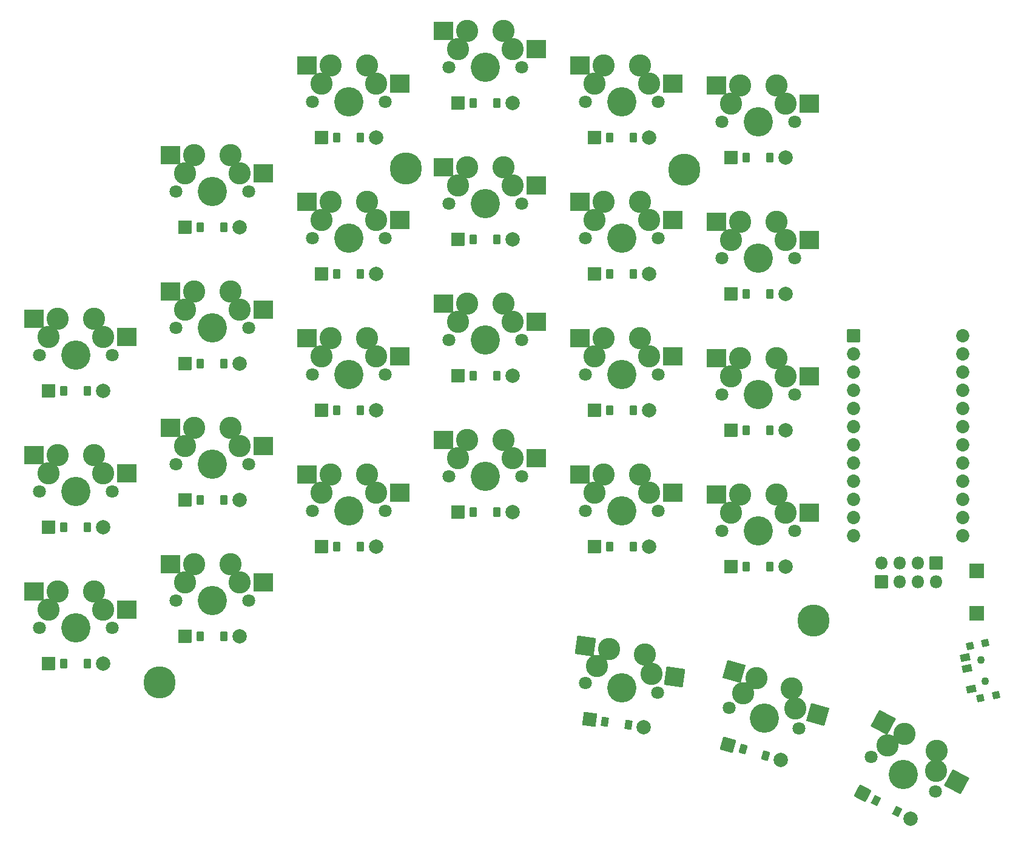
<source format=gbr>
%TF.GenerationSoftware,KiCad,Pcbnew,8.0.0*%
%TF.CreationDate,2024-03-07T20:20:43+01:00*%
%TF.ProjectId,splitty_boy_routed,73706c69-7474-4795-9f62-6f795f726f75,v1.0.0*%
%TF.SameCoordinates,Original*%
%TF.FileFunction,Soldermask,Top*%
%TF.FilePolarity,Negative*%
%FSLAX46Y46*%
G04 Gerber Fmt 4.6, Leading zero omitted, Abs format (unit mm)*
G04 Created by KiCad (PCBNEW 8.0.0) date 2024-03-07 20:20:43*
%MOMM*%
%LPD*%
G01*
G04 APERTURE LIST*
G04 Aperture macros list*
%AMRoundRect*
0 Rectangle with rounded corners*
0 $1 Rounding radius*
0 $2 $3 $4 $5 $6 $7 $8 $9 X,Y pos of 4 corners*
0 Add a 4 corners polygon primitive as box body*
4,1,4,$2,$3,$4,$5,$6,$7,$8,$9,$2,$3,0*
0 Add four circle primitives for the rounded corners*
1,1,$1+$1,$2,$3*
1,1,$1+$1,$4,$5*
1,1,$1+$1,$6,$7*
1,1,$1+$1,$8,$9*
0 Add four rect primitives between the rounded corners*
20,1,$1+$1,$2,$3,$4,$5,0*
20,1,$1+$1,$4,$5,$6,$7,0*
20,1,$1+$1,$6,$7,$8,$9,0*
20,1,$1+$1,$8,$9,$2,$3,0*%
G04 Aperture macros list end*
%ADD10C,4.500000*%
%ADD11C,4.087800*%
%ADD12C,1.801800*%
%ADD13C,3.100000*%
%ADD14RoundRect,0.050000X-1.275000X-1.250000X1.275000X-1.250000X1.275000X1.250000X-1.275000X1.250000X0*%
%ADD15RoundRect,0.050000X-1.436558X-1.060389X1.088625X-1.415281X1.436558X1.060389X-1.088625X1.415281X0*%
%ADD16RoundRect,0.050000X-1.570155X-0.850139X0.881062X-1.553015X1.570155X0.850139X-0.881062X1.553015X0*%
%ADD17RoundRect,0.050000X-1.712598X-0.505108X0.538919X-1.702261X1.712598X0.505108X-0.538919X1.702261X0*%
%ADD18RoundRect,0.050000X-0.450000X-0.600000X0.450000X-0.600000X0.450000X0.600000X-0.450000X0.600000X0*%
%ADD19RoundRect,0.050000X-0.889000X-0.889000X0.889000X-0.889000X0.889000X0.889000X-0.889000X0.889000X0*%
%ADD20C,2.005000*%
%ADD21RoundRect,0.050000X-0.529124X-0.531533X0.362117X-0.656789X0.529124X0.531533X-0.362117X0.656789X0*%
%ADD22RoundRect,0.050000X-1.004073X-0.756623X0.756623X-1.004073X1.004073X0.756623X-0.756623X1.004073X0*%
%ADD23RoundRect,0.050000X-0.597950X-0.452720X0.267185X-0.700794X0.597950X0.452720X-0.267185X0.700794X0*%
%ADD24RoundRect,0.050000X-1.099603X-0.609520X0.609520X-1.099603X1.099603X0.609520X-0.609520X1.099603X0*%
%ADD25RoundRect,0.050000X-0.679009X-0.318506X0.115643X-0.741031X0.679009X0.318506X-0.115643X0.741031X0*%
%ADD26RoundRect,0.050000X-1.202301X-0.367580X0.367580X-1.202301X1.202301X0.367580X-0.367580X1.202301X0*%
%ADD27C,1.100000*%
%ADD28RoundRect,0.050000X-0.702169X0.316361X-0.522737X-0.565571X0.702169X-0.316361X0.522737X0.565571X0*%
%ADD29RoundRect,0.050000X-0.530682X0.351251X-0.351251X-0.530682X0.530682X-0.351251X0.351251X0.530682X0*%
%ADD30RoundRect,0.050000X-1.000000X-1.000000X1.000000X-1.000000X1.000000X1.000000X-1.000000X1.000000X0*%
%ADD31O,1.800000X1.800000*%
%ADD32RoundRect,0.050000X-0.850000X-0.850000X0.850000X-0.850000X0.850000X0.850000X-0.850000X0.850000X0*%
%ADD33RoundRect,0.050000X0.850000X0.850000X-0.850000X0.850000X-0.850000X-0.850000X0.850000X-0.850000X0*%
%ADD34RoundRect,0.050000X-0.876300X0.876300X-0.876300X-0.876300X0.876300X-0.876300X0.876300X0.876300X0*%
%ADD35C,1.852600*%
G04 APERTURE END LIST*
D10*
%TO.C,*%
X233800000Y-99900000D03*
%TD*%
%TO.C,*%
X160600000Y-171500000D03*
%TD*%
%TO.C,*%
X251900000Y-162900000D03*
%TD*%
%TO.C,*%
X195000000Y-99700000D03*
%TD*%
D11*
%TO.C,S1*%
X148904943Y-163884700D03*
D12*
X153984943Y-163884700D03*
X143824943Y-163884700D03*
D13*
X151444943Y-158804700D03*
X145094943Y-161344700D03*
X146364943Y-158804700D03*
X152714943Y-161344700D03*
D14*
X155989943Y-161344700D03*
X143062943Y-158804700D03*
%TD*%
D11*
%TO.C,S2*%
X148904950Y-144834701D03*
D12*
X153984950Y-144834701D03*
X143824950Y-144834701D03*
D13*
X151444950Y-139754701D03*
X145094950Y-142294701D03*
X146364950Y-139754701D03*
X152714950Y-142294701D03*
D14*
X155989950Y-142294701D03*
X143062950Y-139754701D03*
%TD*%
D11*
%TO.C,S3*%
X148904948Y-125784701D03*
D12*
X153984948Y-125784701D03*
X143824948Y-125784701D03*
D13*
X151444948Y-120704701D03*
X145094948Y-123244701D03*
X146364948Y-120704701D03*
X152714948Y-123244701D03*
D14*
X155989948Y-123244701D03*
X143062948Y-120704701D03*
%TD*%
D11*
%TO.C,S4*%
X167954947Y-160074696D03*
D12*
X173034947Y-160074696D03*
X162874947Y-160074696D03*
D13*
X170494947Y-154994696D03*
X164144947Y-157534696D03*
X165414947Y-154994696D03*
X171764947Y-157534696D03*
D14*
X175039947Y-157534696D03*
X162112947Y-154994696D03*
%TD*%
D11*
%TO.C,S5*%
X167954949Y-141024702D03*
D12*
X173034949Y-141024702D03*
X162874949Y-141024702D03*
D13*
X170494949Y-135944702D03*
X164144949Y-138484702D03*
X165414949Y-135944702D03*
X171764949Y-138484702D03*
D14*
X175039949Y-138484702D03*
X162112949Y-135944702D03*
%TD*%
D11*
%TO.C,S6*%
X167954937Y-121974699D03*
D12*
X173034937Y-121974699D03*
X162874937Y-121974699D03*
D13*
X170494937Y-116894699D03*
X164144937Y-119434699D03*
X165414937Y-116894699D03*
X171764937Y-119434699D03*
D14*
X175039937Y-119434699D03*
X162112937Y-116894699D03*
%TD*%
D11*
%TO.C,S7*%
X167954950Y-102924700D03*
D12*
X173034950Y-102924700D03*
X162874950Y-102924700D03*
D13*
X170494950Y-97844700D03*
X164144950Y-100384700D03*
X165414950Y-97844700D03*
X171764950Y-100384700D03*
D14*
X175039950Y-100384700D03*
X162112950Y-97844700D03*
%TD*%
D11*
%TO.C,S8*%
X187004944Y-147501702D03*
D12*
X192084944Y-147501702D03*
X181924944Y-147501702D03*
D13*
X189544944Y-142421702D03*
X183194944Y-144961702D03*
X184464944Y-142421702D03*
X190814944Y-144961702D03*
D14*
X194089944Y-144961702D03*
X181162944Y-142421702D03*
%TD*%
D11*
%TO.C,S9*%
X187004949Y-128451704D03*
D12*
X192084949Y-128451704D03*
X181924949Y-128451704D03*
D13*
X189544949Y-123371704D03*
X183194949Y-125911704D03*
X184464949Y-123371704D03*
X190814949Y-125911704D03*
D14*
X194089949Y-125911704D03*
X181162949Y-123371704D03*
%TD*%
D11*
%TO.C,S10*%
X187004953Y-109401705D03*
D12*
X192084953Y-109401705D03*
X181924953Y-109401705D03*
D13*
X189544953Y-104321705D03*
X183194953Y-106861705D03*
X184464953Y-104321705D03*
X190814953Y-106861705D03*
D14*
X194089953Y-106861705D03*
X181162953Y-104321705D03*
%TD*%
D11*
%TO.C,S11*%
X187004952Y-90351697D03*
D12*
X192084952Y-90351697D03*
X181924952Y-90351697D03*
D13*
X189544952Y-85271697D03*
X183194952Y-87811697D03*
X184464952Y-85271697D03*
X190814952Y-87811697D03*
D14*
X194089952Y-87811697D03*
X181162952Y-85271697D03*
%TD*%
D11*
%TO.C,S12*%
X206054950Y-142739199D03*
D12*
X211134950Y-142739199D03*
X200974950Y-142739199D03*
D13*
X208594950Y-137659199D03*
X202244950Y-140199199D03*
X203514950Y-137659199D03*
X209864950Y-140199199D03*
D14*
X213139950Y-140199199D03*
X200212950Y-137659199D03*
%TD*%
D11*
%TO.C,S13*%
X206054943Y-123689203D03*
D12*
X211134943Y-123689203D03*
X200974943Y-123689203D03*
D13*
X208594943Y-118609203D03*
X202244943Y-121149203D03*
X203514943Y-118609203D03*
X209864943Y-121149203D03*
D14*
X213139943Y-121149203D03*
X200212943Y-118609203D03*
%TD*%
D11*
%TO.C,S14*%
X206054950Y-104639202D03*
D12*
X211134950Y-104639202D03*
X200974950Y-104639202D03*
D13*
X208594950Y-99559202D03*
X202244950Y-102099202D03*
X203514950Y-99559202D03*
X209864950Y-102099202D03*
D14*
X213139950Y-102099202D03*
X200212950Y-99559202D03*
%TD*%
D11*
%TO.C,S15*%
X206054945Y-85589203D03*
D12*
X211134945Y-85589203D03*
X200974945Y-85589203D03*
D13*
X208594945Y-80509203D03*
X202244945Y-83049203D03*
X203514945Y-80509203D03*
X209864945Y-83049203D03*
D14*
X213139945Y-83049203D03*
X200212945Y-80509203D03*
%TD*%
D11*
%TO.C,S16*%
X225104950Y-147501702D03*
D12*
X230184950Y-147501702D03*
X220024950Y-147501702D03*
D13*
X227644950Y-142421702D03*
X221294950Y-144961702D03*
X222564950Y-142421702D03*
X228914950Y-144961702D03*
D14*
X232189950Y-144961702D03*
X219262950Y-142421702D03*
%TD*%
D11*
%TO.C,S17*%
X225104947Y-128451701D03*
D12*
X230184947Y-128451701D03*
X220024947Y-128451701D03*
D13*
X227644947Y-123371701D03*
X221294947Y-125911701D03*
X222564947Y-123371701D03*
X228914947Y-125911701D03*
D14*
X232189947Y-125911701D03*
X219262947Y-123371701D03*
%TD*%
D11*
%TO.C,S18*%
X225104950Y-109401704D03*
D12*
X230184950Y-109401704D03*
X220024950Y-109401704D03*
D13*
X227644950Y-104321704D03*
X221294950Y-106861704D03*
X222564950Y-104321704D03*
X228914950Y-106861704D03*
D14*
X232189950Y-106861704D03*
X219262950Y-104321704D03*
%TD*%
D11*
%TO.C,S19*%
X225104946Y-90351705D03*
D12*
X230184946Y-90351705D03*
X220024946Y-90351705D03*
D13*
X227644946Y-85271705D03*
X221294946Y-87811705D03*
X222564946Y-85271705D03*
X228914946Y-87811705D03*
D14*
X232189946Y-87811705D03*
X219262946Y-85271705D03*
%TD*%
D11*
%TO.C,S20*%
X244154957Y-150359194D03*
D12*
X249234957Y-150359194D03*
X239074957Y-150359194D03*
D13*
X246694957Y-145279194D03*
X240344957Y-147819194D03*
X241614957Y-145279194D03*
X247964957Y-147819194D03*
D14*
X251239957Y-147819194D03*
X238312957Y-145279194D03*
%TD*%
D11*
%TO.C,S21*%
X244154943Y-131309195D03*
D12*
X249234943Y-131309195D03*
X239074943Y-131309195D03*
D13*
X246694943Y-126229195D03*
X240344943Y-128769195D03*
X241614943Y-126229195D03*
X247964943Y-128769195D03*
D14*
X251239943Y-128769195D03*
X238312943Y-126229195D03*
%TD*%
D11*
%TO.C,S22*%
X244154948Y-112259201D03*
D12*
X249234948Y-112259201D03*
X239074948Y-112259201D03*
D13*
X246694948Y-107179201D03*
X240344948Y-109719201D03*
X241614948Y-107179201D03*
X247964948Y-109719201D03*
D14*
X251239948Y-109719201D03*
X238312948Y-107179201D03*
%TD*%
D11*
%TO.C,S23*%
X244154947Y-93209194D03*
D12*
X249234947Y-93209194D03*
X239074947Y-93209194D03*
D13*
X246694947Y-88129194D03*
X240344947Y-90669194D03*
X241614947Y-88129194D03*
X247964947Y-90669194D03*
D14*
X251239947Y-90669194D03*
X238312947Y-88129194D03*
%TD*%
D11*
%TO.C,S24*%
X225104951Y-172266696D03*
D12*
X230135513Y-172973695D03*
X220074389Y-171559697D03*
D13*
X228327231Y-167589634D03*
X221685529Y-169221166D03*
X223296669Y-166882635D03*
X229231372Y-170281665D03*
D15*
X232474500Y-170737457D03*
X220026804Y-166423085D03*
%TD*%
D11*
%TO.C,S25*%
X244993094Y-176494056D03*
D12*
X249876303Y-177894294D03*
X240109885Y-175093818D03*
D13*
X248834936Y-172310965D03*
X242030809Y-173002273D03*
X243951727Y-170910728D03*
X249355620Y-175102630D03*
D16*
X252503754Y-176005339D03*
X240777641Y-170000573D03*
%TD*%
D11*
%TO.C,S26*%
X264405457Y-184337159D03*
D12*
X268890831Y-186722075D03*
X259920083Y-181952243D03*
D13*
X269033059Y-181044243D03*
X262233888Y-180305786D03*
X264547686Y-178659327D03*
X268961945Y-183883159D03*
D17*
X271853598Y-185420678D03*
X261632193Y-177109134D03*
%TD*%
D18*
%TO.C,D1*%
X147254945Y-168884698D03*
X150554945Y-168884698D03*
D19*
X145094945Y-168884698D03*
D20*
X152714945Y-168884698D03*
%TD*%
D18*
%TO.C,D2*%
X147254950Y-149834703D03*
X150554950Y-149834703D03*
D19*
X145094950Y-149834703D03*
D20*
X152714950Y-149834703D03*
%TD*%
D18*
%TO.C,D3*%
X147254949Y-130784698D03*
X150554949Y-130784698D03*
D19*
X145094949Y-130784698D03*
D20*
X152714949Y-130784698D03*
%TD*%
D18*
%TO.C,D4*%
X166304943Y-165074700D03*
X169604943Y-165074700D03*
D19*
X164144943Y-165074700D03*
D20*
X171764943Y-165074700D03*
%TD*%
D18*
%TO.C,D5*%
X166304952Y-146024700D03*
X169604952Y-146024700D03*
D19*
X164144952Y-146024700D03*
D20*
X171764952Y-146024700D03*
%TD*%
D18*
%TO.C,D6*%
X166304943Y-126974700D03*
X169604943Y-126974700D03*
D19*
X164144943Y-126974700D03*
D20*
X171764943Y-126974700D03*
%TD*%
D18*
%TO.C,D7*%
X166304945Y-107924702D03*
X169604945Y-107924702D03*
D19*
X164144945Y-107924702D03*
D20*
X171764945Y-107924702D03*
%TD*%
D18*
%TO.C,D8*%
X185354946Y-152501699D03*
X188654946Y-152501699D03*
D19*
X183194946Y-152501699D03*
D20*
X190814946Y-152501699D03*
%TD*%
D18*
%TO.C,D9*%
X185354944Y-133451702D03*
X188654944Y-133451702D03*
D19*
X183194944Y-133451702D03*
D20*
X190814944Y-133451702D03*
%TD*%
D18*
%TO.C,D10*%
X185354950Y-114401706D03*
X188654950Y-114401706D03*
D19*
X183194950Y-114401706D03*
D20*
X190814950Y-114401706D03*
%TD*%
D18*
%TO.C,D11*%
X185354947Y-95351700D03*
X188654947Y-95351700D03*
D19*
X183194947Y-95351700D03*
D20*
X190814947Y-95351700D03*
%TD*%
D18*
%TO.C,D12*%
X204404951Y-147739198D03*
X207704951Y-147739198D03*
D19*
X202244951Y-147739198D03*
D20*
X209864951Y-147739198D03*
%TD*%
D18*
%TO.C,D13*%
X204404947Y-128689213D03*
X207704947Y-128689213D03*
D19*
X202244947Y-128689213D03*
D20*
X209864947Y-128689213D03*
%TD*%
D18*
%TO.C,D14*%
X204404948Y-109639201D03*
X207704948Y-109639201D03*
D19*
X202244948Y-109639201D03*
D20*
X209864948Y-109639201D03*
%TD*%
D18*
%TO.C,D15*%
X204404948Y-90589200D03*
X207704948Y-90589200D03*
D19*
X202244948Y-90589200D03*
D20*
X209864948Y-90589200D03*
%TD*%
D18*
%TO.C,D16*%
X223454950Y-152501696D03*
X226754950Y-152501696D03*
D19*
X221294950Y-152501696D03*
D20*
X228914950Y-152501696D03*
%TD*%
D18*
%TO.C,D17*%
X223454948Y-133451695D03*
X226754948Y-133451695D03*
D19*
X221294948Y-133451695D03*
D20*
X228914948Y-133451695D03*
%TD*%
D18*
%TO.C,D18*%
X223454942Y-114401696D03*
X226754942Y-114401696D03*
D19*
X221294942Y-114401696D03*
D20*
X228914942Y-114401696D03*
%TD*%
D18*
%TO.C,D19*%
X223454953Y-95351695D03*
X226754953Y-95351695D03*
D19*
X221294953Y-95351695D03*
D20*
X228914953Y-95351695D03*
%TD*%
D18*
%TO.C,D20*%
X242504944Y-155359199D03*
X245804944Y-155359199D03*
D19*
X240344944Y-155359199D03*
D20*
X247964944Y-155359199D03*
%TD*%
D18*
%TO.C,D21*%
X242504950Y-136309196D03*
X245804950Y-136309196D03*
D19*
X240344950Y-136309196D03*
D20*
X247964950Y-136309196D03*
%TD*%
D18*
%TO.C,D22*%
X242504947Y-117259201D03*
X245804947Y-117259201D03*
D19*
X240344947Y-117259201D03*
D20*
X247964947Y-117259201D03*
%TD*%
D18*
%TO.C,D23*%
X242504949Y-98209200D03*
X245804949Y-98209200D03*
D19*
X240344949Y-98209200D03*
D20*
X247964949Y-98209200D03*
%TD*%
D21*
%TO.C,D24*%
X222775142Y-176988406D03*
X226043026Y-177447678D03*
D22*
X220636163Y-176687792D03*
D20*
X228182005Y-177748292D03*
%TD*%
D23*
%TO.C,D25*%
X242028821Y-180845560D03*
X245200987Y-181755164D03*
D24*
X239952497Y-180250184D03*
D20*
X247277311Y-182350540D03*
%TD*%
D25*
%TO.C,D26*%
X260601233Y-187977276D03*
X263514961Y-189526530D03*
D26*
X258694067Y-186963216D03*
D20*
X265422127Y-190540590D03*
%TD*%
D27*
%TO.C,T1*%
X275803846Y-171322409D03*
X275205742Y-168382635D03*
%TD*%
%TO.C,T2*%
X275803846Y-171322409D03*
X275205742Y-168382635D03*
D28*
X273920025Y-172471042D03*
X273321924Y-169531267D03*
X273022872Y-168061380D03*
D29*
X277320373Y-173258943D03*
X275164538Y-173697548D03*
X273689215Y-166446101D03*
X275845050Y-166007496D03*
%TD*%
D30*
%TO.C,PAD1*%
X274654947Y-155884198D03*
%TD*%
%TO.C,PAD2*%
X274654943Y-161884196D03*
%TD*%
D31*
%TO.C,OLED1*%
X261334950Y-154784195D03*
X263874950Y-154784195D03*
X266414950Y-154784195D03*
D32*
X268954950Y-154784195D03*
%TD*%
D31*
%TO.C,OLED2*%
X268974948Y-157484197D03*
X266434948Y-157484197D03*
X263894948Y-157484197D03*
D33*
X261354948Y-157484197D03*
%TD*%
D34*
%TO.C,MCU1*%
X257489948Y-123054200D03*
D35*
X257489946Y-125594198D03*
X257489946Y-128134200D03*
X257489946Y-130674200D03*
X257489946Y-133214200D03*
X257489946Y-135754200D03*
X257489946Y-138294200D03*
X257489946Y-140834200D03*
X257489946Y-143374200D03*
X257489946Y-145914200D03*
X257489946Y-148454201D03*
X257489947Y-150994200D03*
X272729945Y-123054200D03*
X272729946Y-125594199D03*
X272729946Y-128134200D03*
X272729946Y-130674200D03*
X272729946Y-133214200D03*
X272729946Y-135754200D03*
X272729946Y-138294200D03*
X272729946Y-140834200D03*
X272729946Y-143374200D03*
X272729946Y-145914200D03*
X272729946Y-148454202D03*
X272729944Y-150994200D03*
%TD*%
M02*

</source>
